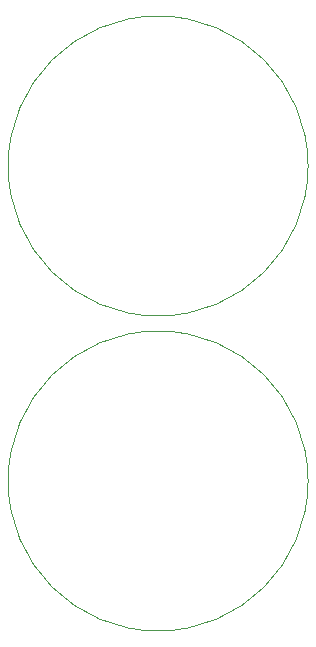
<source format=gbr>
%TF.GenerationSoftware,KiCad,Pcbnew,7.0.6*%
%TF.CreationDate,2023-08-06T17:13:19+10:00*%
%TF.ProjectId,single-key-keyboard,73696e67-6c65-42d6-9b65-792d6b657962,rev?*%
%TF.SameCoordinates,Original*%
%TF.FileFunction,Profile,NP*%
%FSLAX46Y46*%
G04 Gerber Fmt 4.6, Leading zero omitted, Abs format (unit mm)*
G04 Created by KiCad (PCBNEW 7.0.6) date 2023-08-06 17:13:19*
%MOMM*%
%LPD*%
G01*
G04 APERTURE LIST*
%TA.AperFunction,Profile*%
%ADD10C,0.100000*%
%TD*%
G04 APERTURE END LIST*
D10*
X153670000Y-99060000D02*
G75*
G03*
X153670000Y-99060000I-12700000J0D01*
G01*
X153670000Y-125730000D02*
G75*
G03*
X153670000Y-125730000I-12700000J0D01*
G01*
M02*

</source>
